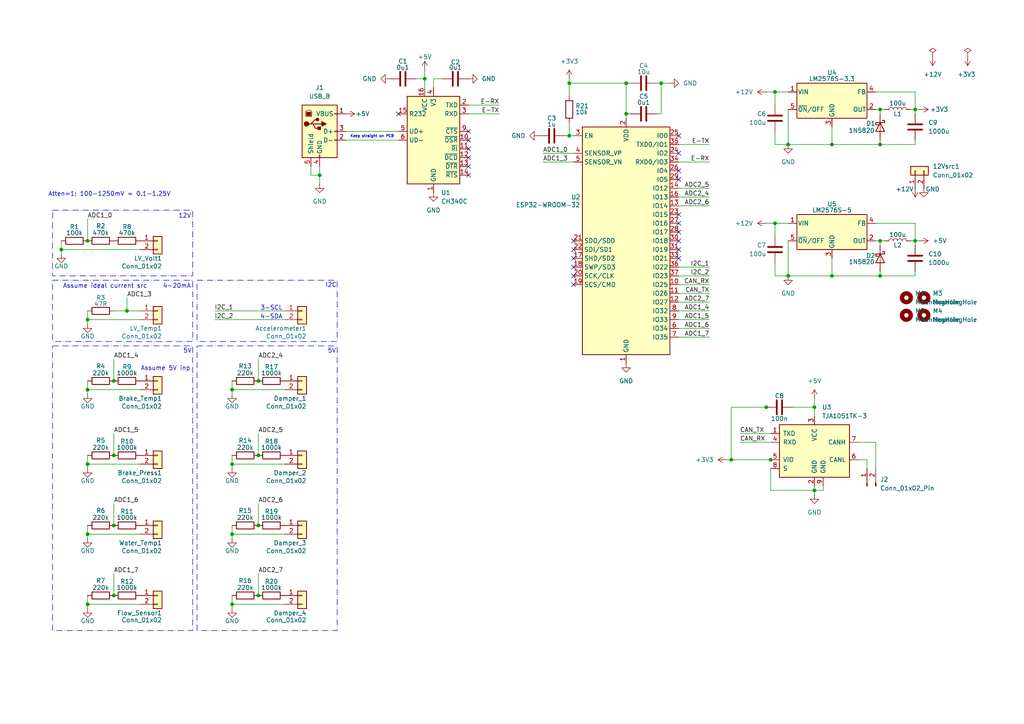
<source format=kicad_sch>
(kicad_sch (version 20231120) (generator "eeschema") (generator_version "8.0")
  (paper "A4")
  (title_block (title "FS-SensorBoard") (date "2025-02-15") (rev "1.0"))
  (lib_symbols
    (symbol "Connector:Conn_01x02_Pin" (pin_names (offset 1.016) hide)
      (property "Reference" "J" (at 0 2.54 0))
      (property "Value" "Conn_01x02_Pin" (at 0 -5.08 0))
      (symbol "Conn_01x02_Pin_1_1"
        (pin passive line (at 5.08 0 180) (length 3.81) (name "Pin_1") (number "1"))
        (pin passive line (at 5.08 -2.54 180) (length 3.81) (name "Pin_2") (number "2"))
      )
    )
    (symbol "Connector:USB_B" (pin_names (offset 1.016))
      (property "Reference" "J" (at -5.08 11.43 0))
      (property "Value" "USB_B" (at -5.08 8.89 0))
      (symbol "USB_B_1_1"
        (pin power_out line (at 7.62 5.08 180) (length 2.54) (name "VBUS") (number "1"))
        (pin bidirectional line (at 7.62 -2.54 180) (length 2.54) (name "D-") (number "2"))
        (pin bidirectional line (at 7.62 0 180) (length 2.54) (name "D+") (number "3"))
        (pin power_out line (at 0 -10.16 90) (length 2.54) (name "GND") (number "4"))
        (pin passive line (at -2.54 -10.16 90) (length 2.54) (name "Shield") (number "5"))
      )
    )
    (symbol "Connector_Generic:Conn_01x02" (pin_names (offset 1.016) hide)
      (property "Reference" "J" (at 0 2.54 0))
      (property "Value" "Conn_01x02" (at 0 -5.08 0))
      (symbol "Conn_01x02_1_1"
        (pin passive line (at -5.08 0 0) (length 3.81) (name "Pin_1") (number "1"))
        (pin passive line (at -5.08 -2.54 0) (length 3.81) (name "Pin_2") (number "2"))
      )
    )
    (symbol "Device:C" (pin_numbers hide) (pin_names (offset 0.254))
      (property "Reference" "C" (at 0.635 2.54 0))
      (property "Value" "C" (at 0.635 -2.54 0))
      (symbol "C_1_1"
        (pin passive line (at 0 3.81 270) (length 2.794) (name "~") (number "1"))
        (pin passive line (at 0 -3.81 90) (length 2.794) (name "~") (number "2"))
      )
    )
    (symbol "Device:L" (pin_numbers hide) (pin_names (offset 1.016) hide)
      (property "Reference" "L" (at -1.27 0 90))
      (property "Value" "L" (at 1.905 0 90))
      (symbol "L_1_1"
        (pin passive line (at 0 3.81 270) (length 1.27) (name "1") (number "1"))
        (pin passive line (at 0 -3.81 90) (length 1.27) (name "2") (number "2"))
      )
    )
    (symbol "Device:R" (pin_numbers hide) (pin_names (offset 0))
      (property "Reference" "R" (at 2.032 0 90))
      (property "Value" "R" (at 0 0 90))
      (symbol "R_1_1"
        (pin passive line (at 0 3.81 270) (length 1.27) (name "~") (number "1"))
        (pin passive line (at 0 -3.81 90) (length 1.27) (name "~") (number "2"))
      )
    )
    (symbol "Diode:1N5820" (pin_numbers hide) (pin_names (offset 1.016) hide)
      (property "Reference" "D" (at 0 2.54 0))
      (property "Value" "1N5820" (at 0 -2.54 0))
      (symbol "1N5820_1_1"
        (pin passive line (at -3.81 0 0) (length 2.54) (name "K") (number "1"))
        (pin passive line (at 3.81 0 180) (length 2.54) (name "A") (number "2"))
      )
    )
    (symbol "Interface_CAN_LIN:TJA1051TK-3" (pin_names (offset 1.016))
      (property "Reference" "U" (at -10.16 8.89 0))
      (property "Value" "TJA1051TK-3" (at 1.27 8.89 0))
      (symbol "TJA1051TK-3_1_1"
        (pin input line (at -12.7 5.08 0) (length 2.54) (name "TXD") (number "1"))
        (pin power_in line (at 0 -10.16 90) (length 2.54) (name "GND") (number "2"))
        (pin power_in line (at 0 10.16 270) (length 2.54) (name "VCC") (number "3"))
        (pin output line (at -12.7 2.54 0) (length 2.54) (name "RXD") (number "4"))
        (pin power_in line (at -12.7 -2.54 0) (length 2.54) (name "VIO") (number "5"))
        (pin bidirectional line (at 12.7 -2.54 180) (length 2.54) (name "CANL") (number "6"))
        (pin bidirectional line (at 12.7 2.54 180) (length 2.54) (name "CANH") (number "7"))
        (pin input line (at -12.7 -5.08 0) (length 2.54) (name "S") (number "8"))
        (pin power_in line (at 2.54 -10.16 90) (length 2.54) (name "GND") (number "9"))
      )
    )
    (symbol "Interface_USB:CH340C"
      (property "Reference" "U" (at -5.08 13.97 0))
      (property "Value" "CH340C" (at 1.27 13.97 0))
      (symbol "CH340C_1_1"
        (pin power_in line (at 0 -15.24 90) (length 2.54) (name "GND") (number "1"))
        (pin input line (at 10.16 0 180) (length 2.54) (name "~{DSR}") (number "10"))
        (pin input line (at 10.16 -2.54 180) (length 2.54) (name "~{RI}") (number "11"))
        (pin input line (at 10.16 -5.08 180) (length 2.54) (name "~{DCD}") (number "12"))
        (pin output line (at 10.16 -7.62 180) (length 2.54) (name "~{DTR}") (number "13"))
        (pin output line (at 10.16 -10.16 180) (length 2.54) (name "~{RTS}") (number "14"))
        (pin input line (at -10.16 7.62 0) (length 2.54) (name "R232") (number "15"))
        (pin power_in line (at -2.54 15.24 270) (length 2.54) (name "VCC") (number "16"))
        (pin output line (at 10.16 10.16 180) (length 2.54) (name "TXD") (number "2"))
        (pin input line (at 10.16 7.62 180) (length 2.54) (name "RXD") (number "3"))
        (pin power_out line (at 0 15.24 270) (length 2.54) (name "V3") (number "4"))
        (pin bidirectional line (at -10.16 2.54 0) (length 2.54) (name "UD+") (number "5"))
        (pin bidirectional line (at -10.16 0 0) (length 2.54) (name "UD-") (number "6"))
        (pin no_connect line (at -7.62 -5.08 0) (length 2.54) hide (name "NC") (number "7"))
        (pin no_connect line (at -7.62 -7.62 0) (length 2.54) hide (name "NC") (number "8"))
        (pin input line (at 10.16 2.54 180) (length 2.54) (name "~{CTS}") (number "9"))
      )
    )
    (symbol "Mechanical:MountingHole" (pin_names (offset 1.016)) (exclude_from_sim yes) (in_bom no)
      (property "Reference" "H" (at 0 5.08 0))
      (property "Value" "MountingHole" (at 0 3.175 0))
    )
    (symbol "RF_Module:ESP32-WROOM-32"
      (property "Reference" "U" (at -12.7 34.29 0))
      (property "Value" "ESP32-WROOM-32" (at 1.27 34.29 0))
      (symbol "ESP32-WROOM-32_1_1"
        (pin power_in line (at 0 -35.56 90) (length 2.54) (name "GND") (number "1"))
        (pin bidirectional line (at 15.24 -12.7 180) (length 2.54) (name "IO25") (number "10"))
        (pin bidirectional line (at 15.24 -15.24 180) (length 2.54) (name "IO26") (number "11"))
        (pin bidirectional line (at 15.24 -17.78 180) (length 2.54) (name "IO27") (number "12"))
        (pin bidirectional line (at 15.24 10.16 180) (length 2.54) (name "IO14") (number "13"))
        (pin bidirectional line (at 15.24 15.24 180) (length 2.54) (name "IO12") (number "14"))
        (pin passive line (at 0 -35.56 90) (length 2.54) hide (name "GND") (number "15"))
        (pin bidirectional line (at 15.24 12.7 180) (length 2.54) (name "IO13") (number "16"))
        (pin bidirectional line (at -15.24 -5.08 0) (length 2.54) (name "SHD/SD2") (number "17"))
        (pin bidirectional line (at -15.24 -7.62 0) (length 2.54) (name "SWP/SD3") (number "18"))
        (pin bidirectional line (at -15.24 -12.7 0) (length 2.54) (name "SCS/CMD") (number "19"))
        (pin power_in line (at 0 35.56 270) (length 2.54) (name "VDD") (number "2"))
        (pin bidirectional line (at -15.24 -10.16 0) (length 2.54) (name "SCK/CLK") (number "20"))
        (pin bidirectional line (at -15.24 0 0) (length 2.54) (name "SDO/SD0") (number "21"))
        (pin bidirectional line (at -15.24 -2.54 0) (length 2.54) (name "SDI/SD1") (number "22"))
        (pin bidirectional line (at 15.24 7.62 180) (length 2.54) (name "IO15") (number "23"))
        (pin bidirectional line (at 15.24 25.4 180) (length 2.54) (name "IO2") (number "24"))
        (pin bidirectional line (at 15.24 30.48 180) (length 2.54) (name "IO0") (number "25"))
        (pin bidirectional line (at 15.24 20.32 180) (length 2.54) (name "IO4") (number "26"))
        (pin bidirectional line (at 15.24 5.08 180) (length 2.54) (name "IO16") (number "27"))
        (pin bidirectional line (at 15.24 2.54 180) (length 2.54) (name "IO17") (number "28"))
        (pin bidirectional line (at 15.24 17.78 180) (length 2.54) (name "IO5") (number "29"))
        (pin input line (at -15.24 30.48 0) (length 2.54) (name "EN") (number "3"))
        (pin bidirectional line (at 15.24 0 180) (length 2.54) (name "IO18") (number "30"))
        (pin bidirectional line (at 15.24 -2.54 180) (length 2.54) (name "IO19") (number "31"))
        (pin no_connect line (at -12.7 -27.94 0) (length 2.54) hide (name "NC") (number "32"))
        (pin bidirectional line (at 15.24 -5.08 180) (length 2.54) (name "IO21") (number "33"))
        (pin bidirectional line (at 15.24 22.86 180) (length 2.54) (name "RXD0/IO3") (number "34"))
        (pin bidirectional line (at 15.24 27.94 180) (length 2.54) (name "TXD0/IO1") (number "35"))
        (pin bidirectional line (at 15.24 -7.62 180) (length 2.54) (name "IO22") (number "36"))
        (pin bidirectional line (at 15.24 -10.16 180) (length 2.54) (name "IO23") (number "37"))
        (pin passive line (at 0 -35.56 90) (length 2.54) hide (name "GND") (number "38"))
        (pin passive line (at 0 -35.56 90) (length 2.54) hide (name "GND") (number "39"))
        (pin input line (at -15.24 25.4 0) (length 2.54) (name "SENSOR_VP") (number "4"))
        (pin input line (at -15.24 22.86 0) (length 2.54) (name "SENSOR_VN") (number "5"))
        (pin input line (at 15.24 -25.4 180) (length 2.54) (name "IO34") (number "6"))
        (pin input line (at 15.24 -27.94 180) (length 2.54) (name "IO35") (number "7"))
        (pin bidirectional line (at 15.24 -20.32 180) (length 2.54) (name "IO32") (number "8"))
        (pin bidirectional line (at 15.24 -22.86 180) (length 2.54) (name "IO33") (number "9"))
      )
    )
    (symbol "Regulator_Switching:LM2576S-3.3" (pin_names (offset 0.254))
      (property "Reference" "U" (at -10.16 6.35 0))
      (property "Value" "LM2576S-3.3" (at 0 6.35 0))
      (symbol "LM2576S-3.3_1_1"
        (pin power_in line (at -12.7 2.54 0) (length 2.54) (name "VIN") (number "1"))
        (pin output line (at 12.7 -2.54 180) (length 2.54) (name "OUT") (number "2"))
        (pin power_in line (at 0 -7.62 90) (length 2.54) (name "GND") (number "3"))
        (pin input line (at 12.7 2.54 180) (length 2.54) (name "FB") (number "4"))
        (pin input line (at -12.7 -2.54 0) (length 2.54) (name "~{ON}/OFF") (number "5"))
      )
    )
    (symbol "Regulator_Switching:LM2576S-5" (pin_names (offset 0.254))
      (property "Reference" "U" (at -10.16 6.35 0))
      (property "Value" "LM2576S-5" (at 0 6.35 0))
      (symbol "LM2576S-5_1_1"
        (pin power_in line (at -12.7 2.54 0) (length 2.54) (name "VIN") (number "1"))
        (pin output line (at 12.7 -2.54 180) (length 2.54) (name "OUT") (number "2"))
        (pin power_in line (at 0 -7.62 90) (length 2.54) (name "GND") (number "3"))
        (pin input line (at 12.7 2.54 180) (length 2.54) (name "FB") (number "4"))
        (pin input line (at -12.7 -2.54 0) (length 2.54) (name "~{ON}/OFF") (number "5"))
      )
    )
    (symbol "power:+12V" (power) (pin_numbers hide) (pin_names (offset 0) hide)
      (property "Value" "+12V" (at 0 3.556 0))
      (symbol "+12V_1_1"
        (pin power_in line (at 0 0 90) (length 0) (name "~") (number "1"))
      )
    )
    (symbol "power:+3V3" (power) (pin_numbers hide) (pin_names (offset 0) hide)
      (property "Value" "+3V3" (at 0 3.556 0))
      (symbol "+3V3_1_1"
        (pin power_in line (at 0 0 90) (length 0) (name "~") (number "1"))
      )
    )
    (symbol "power:+5V" (power) (pin_numbers hide) (pin_names (offset 0) hide)
      (property "Value" "+5V" (at 0 3.556 0))
      (symbol "+5V_1_1"
        (pin power_in line (at 0 0 90) (length 0) (name "~") (number "1"))
      )
    )
    (symbol "power:GND" (power) (pin_numbers hide) (pin_names (offset 0) hide)
      (property "Value" "GND" (at 0 -3.81 0))
      (symbol "GND_1_1"
        (pin power_in line (at 0 0 270) (length 0) (name "~") (number "1"))
      )
    )
    (symbol "power:PWR_FLAG" (power) (pin_numbers hide) (pin_names (offset 0) hide)
      (property "Value" "PWR_FLAG" (at 0 3.81 0))
      (symbol "PWR_FLAG_0_0"
        (pin power_out line (at 0 0 90) (length 0) (name "~") (number "1"))
      )
    )
  )
  (junction (at 36.83 90.17))
  (junction (at 241.3 80.01))
  (junction (at 181.61 33.02))
  (junction (at 191.77 24.13))
  (junction (at 33.02 152.4))
  (junction (at 212.09 133.35))
  (junction (at 255.27 69.85))
  (junction (at 67.31 175.26))
  (junction (at 25.4 175.26))
  (junction (at 165.1 24.13))
  (junction (at 74.93 132.08))
  (junction (at 25.4 113.03))
  (junction (at 224.79 26.67))
  (junction (at 241.3 41.91))
  (junction (at 33.02 172.72))
  (junction (at 223.52 133.35))
  (junction (at 222.25 118.11))
  (junction (at 181.61 24.13))
  (junction (at 74.93 110.49))
  (junction (at 265.43 69.85))
  (junction (at 236.22 118.11))
  (junction (at 255.27 41.91))
  (junction (at 25.4 154.94))
  (junction (at 74.93 172.72))
  (junction (at 255.27 31.75))
  (junction (at 228.6 41.91))
  (junction (at 25.4 69.85))
  (junction (at 33.02 132.08))
  (junction (at 33.02 110.49))
  (junction (at 165.1 39.37))
  (junction (at 67.31 134.62))
  (junction (at 123.19 22.86))
  (junction (at 25.4 92.71))
  (junction (at 67.31 113.03))
  (junction (at 67.31 154.94))
  (junction (at 17.78 72.39))
  (junction (at 236.22 142.24))
  (junction (at 224.79 64.77))
  (junction (at 25.4 134.62))
  (junction (at 265.43 31.75))
  (junction (at 74.93 152.4))
  (junction (at 228.6 80.01))
  (junction (at 92.71 50.8))
  (junction (at 255.27 80.01))
  (no_connect (at 166.37 77.47))
  (no_connect (at 196.85 62.23))
  (no_connect (at 196.85 69.85))
  (no_connect (at 135.89 38.1))
  (no_connect (at 135.89 50.8))
  (no_connect (at 196.85 67.31))
  (no_connect (at 196.85 52.07))
  (no_connect (at 196.85 49.53))
  (no_connect (at 135.89 48.26))
  (no_connect (at 135.89 40.64))
  (no_connect (at 135.89 45.72))
  (no_connect (at 135.89 43.18))
  (no_connect (at 166.37 69.85))
  (no_connect (at 196.85 64.77))
  (no_connect (at 166.37 82.55))
  (no_connect (at 166.37 74.93))
  (no_connect (at 196.85 74.93))
  (no_connect (at 166.37 72.39))
  (no_connect (at 196.85 39.37))
  (no_connect (at 166.37 80.01))
  (no_connect (at 196.85 44.45))
  (no_connect (at 115.57 33.02))
  (no_connect (at 196.85 72.39))
  (wire (pts (xy 67.31 176.53) (xy 67.31 175.26)))
  (wire (pts (xy 196.85 41.91) (xy 205.74 41.91)))
  (wire (pts (xy 67.31 132.08) (xy 67.31 134.62)))
  (wire (pts (xy 205.74 57.15) (xy 196.85 57.15)))
  (wire (pts (xy 214.63 125.73) (xy 223.52 125.73)))
  (wire (pts (xy 182.88 33.02) (xy 181.61 33.02)))
  (wire (pts (xy 25.4 176.53) (xy 25.4 175.26)))
  (wire (pts (xy 205.74 54.61) (xy 196.85 54.61)))
  (wire (pts (xy 241.3 80.01) (xy 255.27 80.01)))
  (wire (pts (xy 224.79 64.77) (xy 228.6 64.77)))
  (wire (pts (xy 256.54 31.75) (xy 255.27 31.75)))
  (wire (pts (xy 67.31 156.21) (xy 67.31 154.94)))
  (wire (pts (xy 74.93 146.05) (xy 74.93 152.4)))
  (wire (pts (xy 67.31 135.89) (xy 67.31 134.62)))
  (wire (pts (xy 123.19 22.86) (xy 123.19 25.4)))
  (wire (pts (xy 191.77 24.13) (xy 191.77 33.02)))
  (wire (pts (xy 224.79 76.2) (xy 224.79 80.01)))
  (wire (pts (xy 67.31 175.26) (xy 82.55 175.26)))
  (wire (pts (xy 74.93 166.37) (xy 74.93 172.72)))
  (wire (pts (xy 33.02 104.14) (xy 33.02 110.49)))
  (wire (pts (xy 255.27 33.02) (xy 255.27 31.75)))
  (wire (pts (xy 196.85 77.47) (xy 205.74 77.47)))
  (wire (pts (xy 33.02 146.05) (xy 33.02 152.4)))
  (wire (pts (xy 25.4 110.49) (xy 25.4 113.03)))
  (wire (pts (xy 25.4 113.03) (xy 40.64 113.03)))
  (wire (pts (xy 255.27 41.91) (xy 255.27 40.64)))
  (wire (pts (xy 67.31 152.4) (xy 67.31 154.94)))
  (wire (pts (xy 205.74 95.25) (xy 196.85 95.25)))
  (wire (pts (xy 254 135.89) (xy 254 128.27)))
  (wire (pts (xy 265.43 33.02) (xy 265.43 31.75)))
  (wire (pts (xy 255.27 31.75) (xy 254 31.75)))
  (wire (pts (xy 194.31 24.13) (xy 191.77 24.13)))
  (wire (pts (xy 264.16 69.85) (xy 265.43 69.85)))
  (wire (pts (xy 238.76 142.24) (xy 238.76 140.97)))
  (wire (pts (xy 205.74 59.69) (xy 196.85 59.69)))
  (wire (pts (xy 90.17 50.8) (xy 90.17 48.26)))
  (wire (pts (xy 67.31 154.94) (xy 82.55 154.94)))
  (wire (pts (xy 254 26.67) (xy 265.43 26.67)))
  (wire (pts (xy 236.22 142.24) (xy 236.22 140.97)))
  (wire (pts (xy 222.25 26.67) (xy 224.79 26.67)))
  (wire (pts (xy 25.4 90.17) (xy 25.4 92.71)))
  (wire (pts (xy 241.3 36.83) (xy 241.3 41.91)))
  (wire (pts (xy 265.43 40.64) (xy 265.43 41.91)))
  (wire (pts (xy 33.02 125.73) (xy 33.02 132.08)))
  (wire (pts (xy 255.27 80.01) (xy 265.43 80.01)))
  (wire (pts (xy 67.31 113.03) (xy 67.31 114.3)))
  (wire (pts (xy 205.74 82.55) (xy 196.85 82.55)))
  (wire (pts (xy 182.88 24.13) (xy 181.61 24.13)))
  (wire (pts (xy 228.6 69.85) (xy 228.6 80.01)))
  (wire (pts (xy 135.89 33.02) (xy 144.78 33.02)))
  (wire (pts (xy 191.77 33.02) (xy 190.5 33.02)))
  (wire (pts (xy 265.43 78.74) (xy 265.43 80.01)))
  (wire (pts (xy 17.78 69.85) (xy 17.78 72.39)))
  (wire (pts (xy 255.27 71.12) (xy 255.27 69.85)))
  (wire (pts (xy 157.48 44.45) (xy 166.37 44.45)))
  (wire (pts (xy 205.74 97.79) (xy 196.85 97.79)))
  (wire (pts (xy 265.43 64.77) (xy 265.43 69.85)))
  (wire (pts (xy 25.4 132.08) (xy 25.4 134.62)))
  (wire (pts (xy 248.92 128.27) (xy 254 128.27)))
  (wire (pts (xy 100.33 38.1) (xy 115.57 38.1)))
  (wire (pts (xy 33.02 90.17) (xy 36.83 90.17)))
  (wire (pts (xy 74.93 125.73) (xy 74.93 132.08)))
  (wire (pts (xy 181.61 24.13) (xy 181.61 33.02)))
  (wire (pts (xy 228.6 31.75) (xy 228.6 41.91)))
  (wire (pts (xy 157.48 46.99) (xy 166.37 46.99)))
  (wire (pts (xy 214.63 128.27) (xy 223.52 128.27)))
  (wire (pts (xy 165.1 27.94) (xy 165.1 24.13)))
  (wire (pts (xy 236.22 118.11) (xy 236.22 120.65)))
  (wire (pts (xy 224.79 26.67) (xy 228.6 26.67)))
  (wire (pts (xy 223.52 135.89) (xy 223.52 142.24)))
  (wire (pts (xy 100.33 40.64) (xy 115.57 40.64)))
  (wire (pts (xy 74.93 104.14) (xy 74.93 110.49)))
  (wire (pts (xy 165.1 35.56) (xy 165.1 39.37)))
  (wire (pts (xy 92.71 50.8) (xy 92.71 48.26)))
  (wire (pts (xy 62.23 90.17) (xy 82.55 90.17)))
  (wire (pts (xy 135.89 30.48) (xy 144.78 30.48)))
  (wire (pts (xy 36.83 86.36) (xy 36.83 90.17)))
  (wire (pts (xy 212.09 133.35) (xy 212.09 118.11)))
  (wire (pts (xy 25.4 113.03) (xy 25.4 114.3)))
  (wire (pts (xy 33.02 166.37) (xy 33.02 172.72)))
  (wire (pts (xy 251.46 135.89) (xy 251.46 133.35)))
  (wire (pts (xy 67.31 110.49) (xy 67.31 113.03)))
  (wire (pts (xy 17.78 72.39) (xy 40.64 72.39)))
  (wire (pts (xy 212.09 133.35) (xy 223.52 133.35)))
  (wire (pts (xy 17.78 73.66) (xy 17.78 72.39)))
  (wire (pts (xy 125.73 22.86) (xy 125.73 25.4)))
  (wire (pts (xy 25.4 156.21) (xy 25.4 154.94)))
  (wire (pts (xy 229.87 118.11) (xy 236.22 118.11)))
  (wire (pts (xy 236.22 142.24) (xy 238.76 142.24)))
  (wire (pts (xy 255.27 69.85) (xy 254 69.85)))
  (wire (pts (xy 196.85 80.01) (xy 205.74 80.01)))
  (wire (pts (xy 236.22 143.51) (xy 236.22 142.24)))
  (wire (pts (xy 210.82 133.35) (xy 212.09 133.35)))
  (wire (pts (xy 224.79 41.91) (xy 228.6 41.91)))
  (wire (pts (xy 125.73 22.86) (xy 128.27 22.86)))
  (wire (pts (xy 90.17 50.8) (xy 92.71 50.8)))
  (wire (pts (xy 25.4 172.72) (xy 25.4 175.26)))
  (wire (pts (xy 120.65 22.86) (xy 123.19 22.86)))
  (wire (pts (xy 228.6 80.01) (xy 241.3 80.01)))
  (wire (pts (xy 196.85 46.99) (xy 205.74 46.99)))
  (wire (pts (xy 25.4 135.89) (xy 25.4 134.62)))
  (wire (pts (xy 205.74 85.09) (xy 196.85 85.09)))
  (wire (pts (xy 25.4 134.62) (xy 40.64 134.62)))
  (wire (pts (xy 224.79 68.58) (xy 224.79 64.77)))
  (wire (pts (xy 266.7 69.85) (xy 265.43 69.85)))
  (wire (pts (xy 163.83 39.37) (xy 165.1 39.37)))
  (wire (pts (xy 266.7 31.75) (xy 265.43 31.75)))
  (wire (pts (xy 255.27 80.01) (xy 255.27 78.74)))
  (wire (pts (xy 224.79 80.01) (xy 228.6 80.01)))
  (wire (pts (xy 165.1 24.13) (xy 165.1 22.86)))
  (wire (pts (xy 36.83 90.17) (xy 40.64 90.17)))
  (wire (pts (xy 265.43 26.67) (xy 265.43 31.75)))
  (wire (pts (xy 223.52 118.11) (xy 222.25 118.11)))
  (wire (pts (xy 165.1 24.13) (xy 181.61 24.13)))
  (wire (pts (xy 254 64.77) (xy 265.43 64.77)))
  (wire (pts (xy 67.31 113.03) (xy 82.55 113.03)))
  (wire (pts (xy 205.74 92.71) (xy 196.85 92.71)))
  (wire (pts (xy 165.1 39.37) (xy 166.37 39.37)))
  (wire (pts (xy 264.16 31.75) (xy 265.43 31.75)))
  (wire (pts (xy 67.31 172.72) (xy 67.31 175.26)))
  (wire (pts (xy 256.54 69.85) (xy 255.27 69.85)))
  (wire (pts (xy 223.52 142.24) (xy 236.22 142.24)))
  (wire (pts (xy 224.79 38.1) (xy 224.79 41.91)))
  (wire (pts (xy 255.27 41.91) (xy 265.43 41.91)))
  (wire (pts (xy 251.46 133.35) (xy 248.92 133.35)))
  (wire (pts (xy 25.4 93.98) (xy 25.4 92.71)))
  (wire (pts (xy 224.79 133.35) (xy 223.52 133.35)))
  (wire (pts (xy 191.77 24.13) (xy 190.5 24.13)))
  (wire (pts (xy 25.4 63.5) (xy 25.4 69.85)))
  (wire (pts (xy 205.74 87.63) (xy 196.85 87.63)))
  (wire (pts (xy 67.31 134.62) (xy 82.55 134.62)))
  (wire (pts (xy 265.43 71.12) (xy 265.43 69.85)))
  (wire (pts (xy 25.4 154.94) (xy 40.64 154.94)))
  (wire (pts (xy 222.25 64.77) (xy 224.79 64.77)))
  (wire (pts (xy 25.4 92.71) (xy 40.64 92.71)))
  (wire (pts (xy 181.61 33.02) (xy 181.61 34.29)))
  (wire (pts (xy 241.3 74.93) (xy 241.3 80.01)))
  (wire (pts (xy 228.6 41.91) (xy 241.3 41.91)))
  (wire (pts (xy 241.3 41.91) (xy 255.27 41.91)))
  (wire (pts (xy 25.4 175.26) (xy 40.64 175.26)))
  (wire (pts (xy 212.09 118.11) (xy 222.25 118.11)))
  (wire (pts (xy 92.71 53.34) (xy 92.71 50.8)))
  (wire (pts (xy 123.19 20.32) (xy 123.19 22.86)))
  (wire (pts (xy 25.4 152.4) (xy 25.4 154.94)))
  (wire (pts (xy 236.22 115.57) (xy 236.22 118.11)))
  (wire (pts (xy 196.85 90.17) (xy 205.74 90.17)))
  (wire (pts (xy 62.23 92.71) (xy 82.55 92.71)))
  (wire (pts (xy 224.79 30.48) (xy 224.79 26.67)))
  (rectangle (start 57.15 81.28) (end 97.79 99.06) (stroke (width 0) (type dash_dot)))
  (rectangle (start 15.24 100.33) (end 55.88 182.88) (stroke (width 0) (type dash_dot)))
  (rectangle (start 15.24 60.96) (end 55.88 80.01) (stroke (width 0) (type dash_dot)))
  (rectangle (start 15.24 81.28) (end 55.88 99.06) (stroke (width 0) (type dash_dot)))
  (rectangle (start 57.15 100.33) (end 97.79 182.88) (stroke (width 0) (type dash_dot)))
  (text "4-20mA" (at 51.308 83.058 0) (effects (font (size 1.27 1.27))))
  (text "Keep straight on PCB\n" (at 107.95 39.624 0) (effects (font (size 0.762 0.762))))
  (text "Assume ideal current src" (at 30.48 83.058 0) (effects (font (size 1.27 1.27))))
  (text "Assume 5V inp" (at 48.006 106.934 0) (effects (font (size 1.27 1.27))))
  (text "12V" (at 53.594 62.738 0) (effects (font (size 1.27 1.27))))
  (text "3-SCL" (at 78.74 89.408 0) (effects (font (size 1.27 1.27))))
  (text "5V" (at 54.356 101.854 0) (effects (font (size 1.27 1.27))))
  (text "4-SDA" (at 78.74 91.948 0) (effects (font (size 1.27 1.27))))
  (text "5V" (at 96.266 101.854 0) (effects (font (size 1.27 1.27))))
  (text "Atten=1; 100-1250mV = 0.1-1.25V" (at 31.75 56.388 0) (effects (font (size 1.27 1.27))))
  (text "I2C" (at 96.012 82.804 0) (effects (font (size 1.27 1.27))))
  (label "I2C_1" (at 205.74 77.47 180))
  (label "ADC1_6" (at 205.74 95.25 180))
  (label "E-TX" (at 205.74 41.91 180))
  (label "E-RX" (at 144.78 30.48 180))
  (label "CAN_RX" (at 214.63 128.27 0))
  (label "ADC2_7" (at 74.93 166.37 0))
  (label "ADC1_4" (at 205.74 90.17 180))
  (label "ADC2_4" (at 205.74 57.15 180))
  (label "CAN_RX" (at 205.74 82.55 180))
  (label "I2C_2" (at 62.23 92.71 0))
  (label "ADC1_7" (at 205.74 97.79 180))
  (label "ADC1_4" (at 33.02 104.14 0))
  (label "ADC2_6" (at 205.74 59.69 180))
  (label "ADC2_5" (at 74.93 125.73 0))
  (label "ADC1_5" (at 33.02 125.73 0))
  (label "E-RX" (at 205.74 46.99 180))
  (label "E-TX" (at 144.78 33.02 180))
  (label "ADC1_7" (at 33.02 166.37 0))
  (label "ADC2_7" (at 205.74 87.63 180))
  (label "ADC1_3" (at 157.48 46.99 0))
  (label "ADC1_0" (at 25.4 63.5 0))
  (label "ADC2_4" (at 74.93 104.14 0))
  (label "ADC2_6" (at 74.93 146.05 0))
  (label "CAN_TX" (at 214.63 125.73 0))
  (label "I2C_2" (at 205.74 80.01 180))
  (label "ADC1_5" (at 205.74 92.71 180))
  (label "I2C_1" (at 62.23 90.17 0))
  (label "ADC1_3" (at 36.83 86.36 0))
  (label "ADC1_0" (at 157.48 44.45 0))
  (label "ADC2_5" (at 205.74 54.61 180))
  (label "CAN_TX" (at 205.74 85.09 180))
  (label "ADC1_6" (at 33.02 146.05 0))
  (symbol (lib_id "power:PWR_FLAG") (at 280.67 16.51 0) (unit 1)
    (property "Reference" "#FLG02" (effects (hide yes)))
    (property "Value" "PWR_FLAG" (effects (hide yes)))
    (property "Description" "Special symbol for telling ERC where power comes from" (effects (hide yes)))
  )
  (symbol (lib_id "Regulator_Switching:LM2576S-5") (at 241.3 67.31 0) (unit 1)
    (property "Reference" "U5" (at 241.3 59.182 0))
    (property "Value" "LM2576S-5" (at 241.3 60.96 0))
    (property "Footprint" "Package_TO_SOT_SMD:TO-263-5_TabPin3" (effects (hide yes)))
    (property "Datasheet" "http://www.ti.com/lit/ds/symlink/lm2576.pdf" (effects (hide yes)))
    (property "Description" "5V, 3A SIMPLE SWITCHER® Step-Down Voltage Regulator, TO-263" (effects (hide yes)))
  )
  (symbol (lib_id "power:GND") (at 194.31 24.13 90) (unit 1)
    (property "Reference" "#PWR020" (effects (hide yes)))
    (property "Value" "GND" (at 198.12 24.1299 90) (effects (justify right)))
    (property "Description" "Power symbol creates a global label with name \"GND\" , ground" (effects (hide yes)))
  )
  (symbol (lib_id "Connector_Generic:Conn_01x02") (at 45.72 172.72 0) (unit 1)
    (property "Reference" "Flow_Sensor1" (at 46.9901 177.8 0) (effects (justify right)))
    (property "Value" "Conn_01x02" (at 46.99 179.832 0) (effects (justify right)))
    (property "Footprint" "Connector_JST:JST_XH_B2B-XH-A_1x02_P2.50mm_Vertical" (effects (hide yes)))
    (property "Description" "Generic connector, single row, 01x02, script generated (kicad-library-utils/schlib/autogen/connector/)" (effects (hide yes)))
  )
  (symbol (lib_id "Device:C") (at 160.02 39.37 90) (unit 1)
    (property "Reference" "C3" (at 160.02 34.29 90))
    (property "Value" "1u" (at 160.02 36.068 90))
    (property "Footprint" "Capacitor_SMD:C_1206_3216Metric_Pad1.33x1.80mm_HandSolder" (effects (hide yes)))
    (property "Description" "Unpolarized capacitor" (effects (hide yes)))
  )
  (symbol (lib_id "Diode:1N5820") (at 255.27 74.93 270) (unit 1)
    (property "Reference" "D2" (at 251.206 74.168 90) (effects (justify left)))
    (property "Value" "1N5820" (at 246.126 75.946 90) (effects (justify left)))
    (property "Footprint" "Diode_THT:D_DO-201AD_P15.24mm_Horizontal" (effects (hide yes)))
    (property "Datasheet" "http://www.vishay.com/docs/88526/1n5820.pdf" (effects (hide yes)))
    (property "Description" "20V 3A Schottky Barrier Rectifier Diode, DO-201AD" (effects (hide yes)))
  )
  (symbol (lib_id "RF_Module:ESP32-WROOM-32") (at 181.61 69.85 0) (unit 1)
    (property "Reference" "U2" (at 165.608 57.15 0) (effects (justify left)))
    (property "Value" "ESP32-WROOM-32" (at 149.606 59.436 0) (effects (justify left)))
    (property "Footprint" "RF_Module:ESP32-WROOM-32" (effects (hide yes)))
    (property "Datasheet" "https://www.espressif.com/sites/default/files/documentation/esp32-wroom-32_datasheet_en.pdf" (effects (hide yes)))
    (property "Description" "RF Module, ESP32-D0WDQ6 SoC, Wi-Fi 802.11b/g/n, Bluetooth, BLE, 32-bit, 2.7-3.6V, onboard antenna, SMD" (effects (hide yes)))
  )
  (symbol (lib_id "Connector_Generic:Conn_01x02") (at 45.72 69.85 0) (unit 1)
    (property "Reference" "LV_Volt1" (at 46.9901 74.93 0) (effects (justify right)))
    (property "Value" "Conn_01x02" (at 46.99 77.216 0) (effects (justify right)))
    (property "Footprint" "Connector_JST:JST_XH_B2B-XH-A_1x02_P2.50mm_Vertical" (effects (hide yes)))
    (property "Description" "Generic connector, single row, 01x02, script generated (kicad-library-utils/schlib/autogen/connector/)" (effects (hide yes)))
  )
  (symbol (lib_id "Device:L") (at 260.35 69.85 90) (unit 1)
    (property "Reference" "L2" (at 260.35 71.12 90))
    (property "Value" "100u" (at 260.35 68.072 90))
    (property "Footprint" "Inductor_SMD:L_1206_3216Metric_Pad1.22x1.90mm_HandSolder" (effects (hide yes)))
    (property "Description" "Inductor" (effects (hide yes)))
  )
  (symbol (lib_id "Connector_Generic:Conn_01x02") (at 45.72 132.08 0) (unit 1)
    (property "Reference" "Brake_Press1" (at 46.9901 137.16 0) (effects (justify right)))
    (property "Value" "Conn_01x02" (at 46.99 139.446 0) (effects (justify right)))
    (property "Footprint" "Connector_JST:JST_XH_B2B-XH-A_1x02_P2.50mm_Vertical" (effects (hide yes)))
    (property "Description" "Generic connector, single row, 01x02, script generated (kicad-library-utils/schlib/autogen/connector/)" (effects (hide yes)))
  )
  (symbol (lib_id "power:PWR_FLAG") (at 270.51 16.51 0) (unit 1)
    (property "Reference" "#FLG01" (effects (hide yes)))
    (property "Value" "PWR_FLAG" (effects (hide yes)))
    (property "Description" "Special symbol for telling ERC where power comes from" (effects (hide yes)))
  )
  (symbol (lib_id "power:GND") (at 181.61 105.41 0) (unit 1)
    (property "Reference" "#PWR019" (effects (hide yes)))
    (property "Value" "GND" (at 181.61 110.49 0))
    (property "Description" "Power symbol creates a global label with name \"GND\" , ground" (effects (hide yes)))
  )
  (symbol (lib_id "power:+12V") (at 222.25 26.67 90) (unit 1)
    (property "Reference" "#PWR022" (effects (hide yes)))
    (property "Value" "+12V" (at 218.44 26.6699 90) (effects (justify left)))
    (property "Description" "Power symbol creates a global label with name \"+12V\"" (effects (hide yes)))
  )
  (symbol (lib_id "Connector_Generic:Conn_01x02") (at 45.72 90.17 0) (unit 1)
    (property "Reference" "LV_Temp1" (at 46.9901 95.25 0) (effects (justify right)))
    (property "Value" "Conn_01x02" (at 46.99 97.536 0) (effects (justify right)))
    (property "Footprint" "Connector_JST:JST_XH_B2B-XH-A_1x02_P2.50mm_Vertical" (effects (hide yes)))
    (property "Description" "Generic connector, single row, 01x02, script generated (kicad-library-utils/schlib/autogen/connector/)" (effects (hide yes)))
  )
  (symbol (lib_id "power:+12V") (at 222.25 64.77 90) (unit 1)
    (property "Reference" "#PWR023" (effects (hide yes)))
    (property "Value" "+12V" (at 218.44 64.7699 90) (effects (justify left)))
    (property "Description" "Power symbol creates a global label with name \"+12V\"" (effects (hide yes)))
  )
  (symbol (lib_id "power:GND") (at 25.4 135.89 0) (unit 1)
    (property "Reference" "#PWR04" (effects (hide yes)))
    (property "Value" "GND" (at 25.4 139.446 0))
    (property "Description" "Power symbol creates a global label with name \"GND\" , ground" (effects (hide yes)))
  )
  (symbol (lib_id "Device:C") (at 186.69 24.13 90) (unit 1)
    (property "Reference" "C4" (at 186.69 19.05 90))
    (property "Value" "10u" (at 186.69 20.828 90))
    (property "Footprint" "Capacitor_SMD:C_1206_3216Metric_Pad1.33x1.80mm_HandSolder" (effects (hide yes)))
    (property "Description" "Unpolarized capacitor" (effects (hide yes)))
  )
  (symbol (lib_id "power:GND") (at 25.4 156.21 0) (unit 1)
    (property "Reference" "#PWR05" (effects (hide yes)))
    (property "Value" "GND" (at 25.4 159.766 0))
    (property "Description" "Power symbol creates a global label with name \"GND\" , ground" (effects (hide yes)))
  )
  (symbol (lib_id "power:GND") (at 228.6 41.91 0) (unit 1)
    (property "Reference" "#PWR024" (effects (hide yes)))
    (property "Value" "GND" (at 228.6 46.99 0))
    (property "Description" "Power symbol creates a global label with name \"GND\" , ground" (effects (hide yes)))
  )
  (symbol (lib_id "Device:R") (at 36.83 152.4 270) (unit 1)
    (property "Reference" "R11" (at 36.83 148.336 90))
    (property "Value" "1000k" (at 36.83 150.114 90))
    (property "Footprint" "Resistor_SMD:R_1206_3216Metric_Pad1.30x1.75mm_HandSolder" (effects (hide yes)))
    (property "Description" "Resistor" (effects (hide yes)))
  )
  (symbol (lib_id "power:+3V3") (at 280.67 16.51 180) (unit 1)
    (property "Reference" "#PWR033" (effects (hide yes)))
    (property "Value" "+3V3" (at 282.956 21.59 0) (effects (justify left)))
    (property "Description" "Power symbol creates a global label with name \"+3V3\"" (effects (hide yes)))
  )
  (symbol (lib_id "Device:R") (at 71.12 132.08 270) (unit 1)
    (property "Reference" "R14" (at 71.12 127.762 90))
    (property "Value" "220k" (at 71.12 129.794 90))
    (property "Footprint" "Resistor_SMD:R_1206_3216Metric_Pad1.30x1.75mm_HandSolder" (effects (hide yes)))
    (property "Description" "Resistor" (effects (hide yes)))
  )
  (symbol (lib_id "Interface_USB:CH340C") (at 125.73 40.64 0) (unit 1)
    (property "Reference" "U1" (at 127.9241 55.88 0) (effects (justify left)))
    (property "Value" "CH340C" (at 127.9241 58.42 0) (effects (justify left)))
    (property "Footprint" "Package_SO:SOIC-16_3.9x9.9mm_P1.27mm" (effects (hide yes)))
    (property "Datasheet" "https://datasheet.lcsc.com/szlcsc/Jiangsu-Qin-Heng-CH340C_C84681.pdf" (effects (hide yes)))
    (property "Description" "USB serial converter, crystal-less, UART, SOIC-16" (effects (hide yes)))
  )
  (symbol (lib_id "Device:R") (at 71.12 152.4 270) (unit 1)
    (property "Reference" "R15" (at 71.12 148.082 90))
    (property "Value" "220k" (at 71.12 150.114 90))
    (property "Footprint" "Resistor_SMD:R_1206_3216Metric_Pad1.30x1.75mm_HandSolder" (effects (hide yes)))
    (property "Description" "Resistor" (effects (hide yes)))
  )
  (symbol (lib_id "Device:R") (at 71.12 110.49 270) (unit 1)
    (property "Reference" "R13" (at 71.12 106.172 90))
    (property "Value" "220k" (at 71.12 108.204 90))
    (property "Footprint" "Resistor_SMD:R_1206_3216Metric_Pad1.30x1.75mm_HandSolder" (effects (hide yes)))
    (property "Description" "Resistor" (effects (hide yes)))
  )
  (symbol (lib_id "Regulator_Switching:LM2576S-3.3") (at 241.3 29.21 0) (unit 1)
    (property "Reference" "U4" (at 241.3 21.082 0))
    (property "Value" "LM2576S-3.3" (at 241.3 22.86 0))
    (property "Footprint" "Package_TO_SOT_SMD:TO-263-5_TabPin3" (effects (hide yes)))
    (property "Datasheet" "http://www.ti.com/lit/ds/symlink/lm2576.pdf" (effects (hide yes)))
    (property "Description" "3.3V, 3A SIMPLE SWITCHER® Step-Down Voltage Regulator, TO-263" (effects (hide yes)))
  )
  (symbol (lib_id "Device:R") (at 165.1 31.75 0) (unit 1)
    (property "Reference" "R21" (at 166.878 30.734 0) (effects (justify left)))
    (property "Value" "10k" (at 166.878 32.512 0) (effects (justify left)))
    (property "Footprint" "Resistor_SMD:R_1206_3216Metric_Pad1.30x1.75mm_HandSolder" (effects (hide yes)))
    (property "Description" "Resistor" (effects (hide yes)))
  )
  (symbol (lib_id "Device:R") (at 36.83 172.72 270) (unit 1)
    (property "Reference" "R12" (at 36.83 168.656 90))
    (property "Value" "1000k" (at 36.83 170.434 90))
    (property "Footprint" "Resistor_SMD:R_1206_3216Metric_Pad1.30x1.75mm_HandSolder" (effects (hide yes)))
    (property "Description" "Resistor" (effects (hide yes)))
  )
  (symbol (lib_id "power:+3V3") (at 165.1 22.86 0) (unit 1)
    (property "Reference" "#PWR018" (effects (hide yes)))
    (property "Value" "+3V3" (at 165.1 17.78 0))
    (property "Description" "Power symbol creates a global label with name \"+3V3\"" (effects (hide yes)))
  )
  (symbol (lib_id "Device:C") (at 224.79 34.29 0) (mirror y) (unit 1)
    (property "Reference" "C6" (at 222.25 33.02 0) (effects (justify left)))
    (property "Value" "100u" (at 222.25 35.56 0) (effects (justify left)))
    (property "Footprint" "Capacitor_SMD:C_1206_3216Metric_Pad1.33x1.80mm_HandSolder" (effects (hide yes)))
    (property "Description" "Unpolarized capacitor" (effects (hide yes)))
  )
  (symbol (lib_id "Connector_Generic:Conn_01x02") (at 87.63 172.72 0) (unit 1)
    (property "Reference" "Damper_4" (at 88.9001 177.8 0) (effects (justify right)))
    (property "Value" "Conn_01x02" (at 88.9 179.832 0) (effects (justify right)))
    (property "Footprint" "Connector_JST:JST_XH_B2B-XH-A_1x02_P2.50mm_Vertical" (effects (hide yes)))
    (property "Description" "Generic connector, single row, 01x02, script generated (kicad-library-utils/schlib/autogen/connector/)" (effects (hide yes)))
  )
  (symbol (lib_id "Device:R") (at 29.21 132.08 270) (unit 1)
    (property "Reference" "R5" (at 29.21 127.762 90))
    (property "Value" "220k" (at 29.21 129.794 90))
    (property "Footprint" "Resistor_SMD:R_1206_3216Metric_Pad1.30x1.75mm_HandSolder" (effects (hide yes)))
    (property "Description" "Resistor" (effects (hide yes)))
  )
  (symbol (lib_id "Device:L") (at 260.35 31.75 90) (unit 1)
    (property "Reference" "L1" (at 260.35 33.02 90))
    (property "Value" "100u" (at 260.35 29.972 90))
    (property "Footprint" "Inductor_SMD:L_1206_3216Metric_Pad1.22x1.90mm_HandSolder" (effects (hide yes)))
    (property "Description" "Inductor" (effects (hide yes)))
  )
  (symbol (lib_id "Diode:1N5820") (at 255.27 36.83 270) (unit 1)
    (property "Reference" "D1" (at 251.206 35.814 90) (effects (justify left)))
    (property "Value" "1N5820" (at 246.126 37.846 90) (effects (justify left)))
    (property "Footprint" "Diode_THT:D_DO-201AD_P15.24mm_Horizontal" (effects (hide yes)))
    (property "Datasheet" "http://www.vishay.com/docs/88526/1n5820.pdf" (effects (hide yes)))
    (property "Description" "20V 3A Schottky Barrier Rectifier Diode, DO-201AD" (effects (hide yes)))
  )
  (symbol (lib_id "power:GND") (at 135.89 22.86 90) (unit 1)
    (property "Reference" "#PWR016" (effects (hide yes)))
    (property "Value" "GND" (at 139.7 22.8599 90) (effects (justify right)))
    (property "Description" "Power symbol creates a global label with name \"GND\" , ground" (effects (hide yes)))
  )
  (symbol (lib_id "Mechanical:MountingHole") (at 267.97 86.36 0) (unit 1) (exclude_from_sim yes) (in_bom no)
    (property "Reference" "M3" (at 270.51 85.0899 0) (effects (justify left)))
    (property "Value" "MountingHole" (at 270.51 87.6299 0) (effects (justify left)))
    (property "Footprint" "MountingHole:MountingHole_3.2mm_M3" (effects (hide yes)))
    (property "Description" "Mounting Hole without connection" (effects (hide yes)))
  )
  (symbol (lib_id "Connector_Generic:Conn_01x02") (at 265.43 49.53 90) (unit 1)
    (property "Reference" "12Vsrc1" (at 270.51 48.2599 90) (effects (justify right)))
    (property "Value" "Conn_01x02" (at 270.51 50.7999 90) (effects (justify right)))
    (property "Footprint" "Connector_JST:JST_VH_B2P-VH_1x02_P3.96mm_Vertical" (effects (hide yes)))
    (property "Description" "Generic connector, single row, 01x02, script generated (kicad-library-utils/schlib/autogen/connector/)" (effects (hide yes)))
  )
  (symbol (lib_id "power:GND") (at 25.4 114.3 0) (unit 1)
    (property "Reference" "#PWR03" (effects (hide yes)))
    (property "Value" "GND" (at 25.4 117.856 0))
    (property "Description" "Power symbol creates a global label with name \"GND\" , ground" (effects (hide yes)))
  )
  (symbol (lib_id "Device:C") (at 265.43 74.93 0) (unit 1)
    (property "Reference" "C10" (at 269.24 73.6599 0) (effects (justify left)))
    (property "Value" "1000u" (at 269.24 76.1999 0) (effects (justify left)))
    (property "Footprint" "Capacitor_SMD:C_1206_3216Metric_Pad1.33x1.80mm_HandSolder" (effects (hide yes)))
    (property "Description" "Unpolarized capacitor" (effects (hide yes)))
  )
  (symbol (lib_id "power:+3V3") (at 210.82 133.35 90) (unit 1)
    (property "Reference" "#PWR021" (effects (hide yes)))
    (property "Value" "+3V3" (at 207.01 133.35 90) (effects (justify left)))
    (property "Description" "Power symbol creates a global label with name \"+3V3\"" (effects (hide yes)))
  )
  (symbol (lib_id "power:GND") (at 92.71 53.34 0) (unit 1)
    (property "Reference" "#PWR011" (effects (hide yes)))
    (property "Value" "GND" (at 92.71 58.42 0))
    (property "Description" "Power symbol creates a global label with name \"GND\" , ground" (effects (hide yes)))
  )
  (symbol (lib_id "Device:C") (at 265.43 36.83 0) (unit 1)
    (property "Reference" "C9" (at 269.24 35.5599 0) (effects (justify left)))
    (property "Value" "1000u" (at 269.24 38.0999 0) (effects (justify left)))
    (property "Footprint" "Capacitor_SMD:C_1206_3216Metric_Pad1.33x1.80mm_HandSolder" (effects (hide yes)))
    (property "Description" "Unpolarized capacitor" (effects (hide yes)))
  )
  (symbol (lib_id "power:+3V3") (at 266.7 31.75 270) (unit 1)
    (property "Reference" "#PWR029" (effects (hide yes)))
    (property "Value" "+3V3" (at 269.748 31.75 90) (effects (justify left)))
    (property "Description" "Power symbol creates a global label with name \"+3V3\"" (effects (hide yes)))
  )
  (symbol (lib_id "Device:R") (at 71.12 172.72 270) (unit 1)
    (property "Reference" "R16" (at 71.12 168.402 90))
    (property "Value" "220k" (at 71.12 170.434 90))
    (property "Footprint" "Resistor_SMD:R_1206_3216Metric_Pad1.30x1.75mm_HandSolder" (effects (hide yes)))
    (property "Description" "Resistor" (effects (hide yes)))
  )
  (symbol (lib_id "Device:R") (at 36.83 132.08 270) (unit 1)
    (property "Reference" "R10" (at 36.83 128.016 90))
    (property "Value" "1000k" (at 36.83 129.794 90))
    (property "Footprint" "Resistor_SMD:R_1206_3216Metric_Pad1.30x1.75mm_HandSolder" (effects (hide yes)))
    (property "Description" "Resistor" (effects (hide yes)))
  )
  (symbol (lib_id "power:+12V") (at 270.51 16.51 180) (unit 1)
    (property "Reference" "#PWR032" (effects (hide yes)))
    (property "Value" "+12V" (at 270.51 21.59 0))
    (property "Description" "Power symbol creates a global label with name \"+12V\"" (effects (hide yes)))
  )
  (symbol (lib_id "power:GND") (at 67.31 135.89 0) (unit 1)
    (property "Reference" "#PWR08" (effects (hide yes)))
    (property "Value" "GND" (at 67.31 139.446 0))
    (property "Description" "Power symbol creates a global label with name \"GND\" , ground" (effects (hide yes)))
  )
  (symbol (lib_id "Device:C") (at 186.69 33.02 90) (unit 1)
    (property "Reference" "C5" (at 186.69 27.94 90))
    (property "Value" "0u1" (at 186.69 29.718 90))
    (property "Footprint" "Capacitor_SMD:C_1206_3216Metric_Pad1.33x1.80mm_HandSolder" (effects (hide yes)))
    (property "Description" "Unpolarized capacitor" (effects (hide yes)))
  )
  (symbol (lib_id "power:+5V") (at 266.7 69.85 270) (unit 1)
    (property "Reference" "#PWR030" (effects (hide yes)))
    (property "Value" "+5V" (at 270.51 69.8499 90) (effects (justify left)))
    (property "Description" "Power symbol creates a global label with name \"+5V\"" (effects (hide yes)))
  )
  (symbol (lib_id "power:GND") (at 67.31 156.21 0) (unit 1)
    (property "Reference" "#PWR09" (effects (hide yes)))
    (property "Value" "GND" (at 67.31 159.766 0))
    (property "Description" "Power symbol creates a global label with name \"GND\" , ground" (effects (hide yes)))
  )
  (symbol (lib_id "Device:R") (at 78.74 132.08 270) (unit 1)
    (property "Reference" "R18" (at 78.74 128.016 90))
    (property "Value" "1000k" (at 78.74 129.794 90))
    (property "Footprint" "Resistor_SMD:R_1206_3216Metric_Pad1.30x1.75mm_HandSolder" (effects (hide yes)))
    (property "Description" "Resistor" (effects (hide yes)))
  )
  (symbol (lib_id "Device:R") (at 36.83 69.85 270) (unit 1)
    (property "Reference" "R8" (at 36.83 65.786 90))
    (property "Value" "470k" (at 36.83 67.564 90))
    (property "Footprint" "Resistor_SMD:R_1206_3216Metric_Pad1.30x1.75mm_HandSolder" (effects (hide yes)))
    (property "Description" "Resistor" (effects (hide yes)))
  )
  (symbol (lib_id "Connector_Generic:Conn_01x02") (at 87.63 132.08 0) (unit 1)
    (property "Reference" "Damper_2" (at 88.9001 137.16 0) (effects (justify right)))
    (property "Value" "Conn_01x02" (at 88.9 139.446 0) (effects (justify right)))
    (property "Footprint" "Connector_JST:JST_XH_B2B-XH-A_1x02_P2.50mm_Vertical" (effects (hide yes)))
    (property "Description" "Generic connector, single row, 01x02, script generated (kicad-library-utils/schlib/autogen/connector/)" (effects (hide yes)))
  )
  (symbol (lib_id "power:GND") (at 113.03 22.86 270) (unit 1)
    (property "Reference" "#PWR013" (effects (hide yes)))
    (property "Value" "GND" (at 109.22 22.8601 90) (effects (justify right)))
    (property "Description" "Power symbol creates a global label with name \"GND\" , ground" (effects (hide yes)))
  )
  (symbol (lib_id "Device:R") (at 29.21 152.4 270) (unit 1)
    (property "Reference" "R6" (at 29.21 148.082 90))
    (property "Value" "220k" (at 29.21 150.114 90))
    (property "Footprint" "Resistor_SMD:R_1206_3216Metric_Pad1.30x1.75mm_HandSolder" (effects (hide yes)))
    (property "Description" "Resistor" (effects (hide yes)))
  )
  (symbol (lib_id "Connector_Generic:Conn_01x02") (at 87.63 110.49 0) (unit 1)
    (property "Reference" "Damper_1" (at 88.9001 115.57 0) (effects (justify right)))
    (property "Value" "Conn_01x02" (at 88.9 117.856 0) (effects (justify right)))
    (property "Footprint" "Connector_JST:JST_XH_B2B-XH-A_1x02_P2.50mm_Vertical" (effects (hide yes)))
    (property "Description" "Generic connector, single row, 01x02, script generated (kicad-library-utils/schlib/autogen/connector/)" (effects (hide yes)))
  )
  (symbol (lib_id "power:GND") (at 67.31 176.53 0) (unit 1)
    (property "Reference" "#PWR010" (effects (hide yes)))
    (property "Value" "GND" (at 67.31 180.086 0))
    (property "Description" "Power symbol creates a global label with name \"GND\" , ground" (effects (hide yes)))
  )
  (symbol (lib_id "Device:R") (at 78.74 152.4 270) (unit 1)
    (property "Reference" "R19" (at 78.74 148.336 90))
    (property "Value" "1000k" (at 78.74 150.114 90))
    (property "Footprint" "Resistor_SMD:R_1206_3216Metric_Pad1.30x1.75mm_HandSolder" (effects (hide yes)))
    (property "Description" "Resistor" (effects (hide yes)))
  )
  (symbol (lib_id "power:GND") (at 228.6 80.01 0) (unit 1)
    (property "Reference" "#PWR025" (effects (hide yes)))
    (property "Value" "GND" (at 228.6 85.09 0))
    (property "Description" "Power symbol creates a global label with name \"GND\" , ground" (effects (hide yes)))
  )
  (symbol (lib_id "Device:R") (at 29.21 172.72 270) (unit 1)
    (property "Reference" "R7" (at 29.21 168.402 90))
    (property "Value" "220k" (at 29.21 170.434 90))
    (property "Footprint" "Resistor_SMD:R_1206_3216Metric_Pad1.30x1.75mm_HandSolder" (effects (hide yes)))
    (property "Description" "Resistor" (effects (hide yes)))
  )
  (symbol (lib_id "Device:C") (at 132.08 22.86 270) (unit 1)
    (property "Reference" "C2" (at 132.08 18.034 90))
    (property "Value" "0u1" (at 132.08 19.558 90))
    (property "Footprint" "Capacitor_SMD:C_1206_3216Metric_Pad1.33x1.80mm_HandSolder" (effects (hide yes)))
    (property "Description" "Unpolarized capacitor" (effects (hide yes)))
  )
  (symbol (lib_id "Device:R") (at 21.59 69.85 270) (unit 1)
    (property "Reference" "R1" (at 21.59 65.786 90))
    (property "Value" "100k" (at 21.59 67.564 90))
    (property "Footprint" "Resistor_SMD:R_1206_3216Metric_Pad1.30x1.75mm_HandSolder" (effects (hide yes)))
    (property "Description" "Resistor" (effects (hide yes)))
  )
  (symbol (lib_id "Device:C") (at 224.79 72.39 0) (mirror y) (unit 1)
    (property "Reference" "C7" (at 222.25 71.12 0) (effects (justify left)))
    (property "Value" "100u" (at 222.25 73.66 0) (effects (justify left)))
    (property "Footprint" "Capacitor_SMD:C_1206_3216Metric_Pad1.33x1.80mm_HandSolder" (effects (hide yes)))
    (property "Description" "Unpolarized capacitor" (effects (hide yes)))
  )
  (symbol (lib_id "power:+5V") (at 123.19 20.32 0) (unit 1)
    (property "Reference" "#PWR014" (effects (hide yes)))
    (property "Value" "+5V" (at 123.19 16.51 0))
    (property "Description" "Power symbol creates a global label with name \"+5V\"" (effects (hide yes)))
  )
  (symbol (lib_id "Device:R") (at 29.21 69.85 270) (unit 1)
    (property "Reference" "R2" (at 29.21 65.532 90))
    (property "Value" "470k" (at 29.21 67.564 90))
    (property "Footprint" "Resistor_SMD:R_1206_3216Metric_Pad1.30x1.75mm_HandSolder" (effects (hide yes)))
    (property "Description" "Resistor" (effects (hide yes)))
  )
  (symbol (lib_id "Mechanical:MountingHole") (at 262.89 91.44 0) (unit 1) (exclude_from_sim yes) (in_bom no)
    (property "Reference" "M2" (at 265.43 90.1699 0) (effects (justify left)))
    (property "Value" "MountingHole" (at 265.43 92.7099 0) (effects (justify left)))
    (property "Footprint" "MountingHole:MountingHole_3.2mm_M3" (effects (hide yes)))
    (property "Description" "Mounting Hole without connection" (effects (hide yes)))
  )
  (symbol (lib_id "power:GND") (at 25.4 176.53 0) (unit 1)
    (property "Reference" "#PWR06" (effects (hide yes)))
    (property "Value" "GND" (at 25.4 180.086 0))
    (property "Description" "Power symbol creates a global label with name \"GND\" , ground" (effects (hide yes)))
  )
  (symbol (lib_id "Device:R") (at 78.74 110.49 270) (unit 1)
    (property "Reference" "R17" (at 78.74 106.426 90))
    (property "Value" "1000k" (at 78.74 108.204 90))
    (property "Footprint" "Resistor_SMD:R_1206_3216Metric_Pad1.30x1.75mm_HandSolder" (effects (hide yes)))
    (property "Description" "Resistor" (effects (hide yes)))
  )
  (symbol (lib_id "power:+5V") (at 236.22 115.57 0) (unit 1)
    (property "Reference" "#PWR026" (effects (hide yes)))
    (property "Value" "+5V" (at 236.22 110.49 0))
    (property "Description" "Power symbol creates a global label with name \"+5V\"" (effects (hide yes)))
  )
  (symbol (lib_id "Mechanical:MountingHole") (at 262.89 86.36 0) (unit 1) (exclude_from_sim yes) (in_bom no)
    (property "Reference" "M1" (at 265.43 85.0899 0) (effects (justify left)))
    (property "Value" "MountingHole" (at 265.43 87.6299 0) (effects (justify left)))
    (property "Footprint" "MountingHole:MountingHole_3.2mm_M3" (effects (hide yes)))
    (property "Description" "Mounting Hole without connection" (effects (hide yes)))
  )
  (symbol (lib_id "Connector_Generic:Conn_01x02") (at 87.63 90.17 0) (unit 1)
    (property "Reference" "Accelerometer1" (at 88.9001 95.25 0) (effects (justify right)))
    (property "Value" "Conn_01x02" (at 88.9 97.536 0) (effects (justify right)))
    (property "Footprint" "Connector_JST:JST_XH_B2B-XH-A_1x02_P2.50mm_Vertical" (effects (hide yes)))
    (property "Description" "Generic connector, single row, 01x02, script generated (kicad-library-utils/schlib/autogen/connector/)" (effects (hide yes)))
  )
  (symbol (lib_id "power:GND") (at 267.97 54.61 0) (unit 1)
    (property "Reference" "#PWR031" (effects (hide yes)))
    (property "Value" "GND" (at 270.51 54.864 0))
    (property "Description" "Power symbol creates a global label with name \"GND\" , ground" (effects (hide yes)))
  )
  (symbol (lib_id "power:GND") (at 25.4 93.98 0) (unit 1)
    (property "Reference" "#PWR02" (effects (hide yes)))
    (property "Value" "GND" (at 25.4 97.536 0))
    (property "Description" "Power symbol creates a global label with name \"GND\" , ground" (effects (hide yes)))
  )
  (symbol (lib_id "Connector_Generic:Conn_01x02") (at 87.63 152.4 0) (unit 1)
    (property "Reference" "Damper_3" (at 88.9001 157.48 0) (effects (justify right)))
    (property "Value" "Conn_01x02" (at 88.9 159.766 0) (effects (justify right)))
    (property "Footprint" "Connector_JST:JST_XH_B2B-XH-A_1x02_P2.50mm_Vertical" (effects (hide yes)))
    (property "Description" "Generic connector, single row, 01x02, script generated (kicad-library-utils/schlib/autogen/connector/)" (effects (hide yes)))
  )
  (symbol (lib_id "Device:R") (at 29.21 90.17 90) (unit 1)
    (property "Reference" "R3" (at 29.21 86.36 90))
    (property "Value" "47R" (at 29.21 88.138 90))
    (property "Footprint" "Resistor_SMD:R_1206_3216Metric_Pad1.30x1.75mm_HandSolder" (effects (hide yes)))
    (property "Description" "Resistor" (effects (hide yes)))
  )
  (symbol (lib_id "power:GND") (at 236.22 143.51 0) (unit 1)
    (property "Reference" "#PWR027" (effects (hide yes)))
    (property "Value" "GND" (at 236.22 148.59 0))
    (property "Description" "Power symbol creates a global label with name \"GND\" , ground" (effects (hide yes)))
  )
  (symbol (lib_id "Device:C") (at 116.84 22.86 90) (unit 1)
    (property "Reference" "C1" (at 116.84 17.78 90))
    (property "Value" "0u1" (at 116.84 19.558 90))
    (property "Footprint" "Capacitor_SMD:C_1206_3216Metric_Pad1.33x1.80mm_HandSolder" (effects (hide yes)))
    (property "Description" "Unpolarized capacitor" (effects (hide yes)))
  )
  (symbol (lib_id "Mechanical:MountingHole") (at 267.97 91.44 0) (unit 1) (exclude_from_sim yes) (in_bom no)
    (property "Reference" "M4" (at 270.51 90.1699 0) (effects (justify left)))
    (property "Value" "MountingHole" (at 270.51 92.7099 0) (effects (justify left)))
    (property "Footprint" "MountingHole:MountingHole_3.2mm_M3" (effects (hide yes)))
    (property "Description" "Mounting Hole without connection" (effects (hide yes)))
  )
  (symbol (lib_id "Device:R") (at 78.74 172.72 270) (unit 1)
    (property "Reference" "R20" (at 78.74 168.656 90))
    (property "Value" "1000k" (at 78.74 170.434 90))
    (property "Footprint" "Resistor_SMD:R_1206_3216Metric_Pad1.30x1.75mm_HandSolder" (effects (hide yes)))
    (property "Description" "Resistor" (effects (hide yes)))
  )
  (symbol (lib_id "Connector_Generic:Conn_01x02") (at 45.72 110.49 0) (unit 1)
    (property "Reference" "Brake_Temp1" (at 46.9901 115.57 0) (effects (justify right)))
    (property "Value" "Conn_01x02" (at 46.99 117.856 0) (effects (justify right)))
    (property "Footprint" "Connector_JST:JST_XH_B2B-XH-A_1x02_P2.50mm_Vertical" (effects (hide yes)))
    (property "Description" "Generic connector, single row, 01x02, script generated (kicad-library-utils/schlib/autogen/connector/)" (effects (hide yes)))
  )
  (symbol (lib_id "Connector:Conn_01x02_Pin") (at 251.46 140.97 90) (unit 1)
    (property "Reference" "J2" (at 255.27 139.0649 90) (effects (justify right)))
    (property "Value" "Conn_01x02_Pin" (at 255.27 141.6049 90) (effects (justify right)))
    (property "Footprint" "Connector_JST:JST_XH_B2B-XH-A_1x02_P2.50mm_Vertical" (effects (hide yes)))
    (property "Description" "Generic connector, single row, 01x02, script generated" (effects (hide yes)))
  )
  (symbol (lib_id "Device:C") (at 226.06 118.11 90) (unit 1)
    (property "Reference" "C8" (at 226.06 114.808 90))
    (property "Value" "100n" (at 226.06 121.412 90))
    (property "Footprint" "Capacitor_SMD:C_1206_3216Metric_Pad1.33x1.80mm_HandSolder" (effects (hide yes)))
    (property "Description" "Unpolarized capacitor" (effects (hide yes)))
  )
  (symbol (lib_id "Device:R") (at 29.21 110.49 270) (unit 1)
    (property "Reference" "R4" (at 29.21 106.172 90))
    (property "Value" "220k" (at 29.21 108.204 90))
    (property "Footprint" "Resistor_SMD:R_1206_3216Metric_Pad1.30x1.75mm_HandSolder" (effects (hide yes)))
    (property "Description" "Resistor" (effects (hide yes)))
  )
  (symbol (lib_id "power:GND") (at 125.73 55.88 0) (unit 1)
    (property "Reference" "#PWR015" (effects (hide yes)))
    (property "Value" "GND" (at 125.73 60.96 0))
    (property "Description" "Power symbol creates a global label with name \"GND\" , ground" (effects (hide yes)))
  )
  (symbol (lib_id "power:GND") (at 17.78 73.66 0) (unit 1)
    (property "Reference" "#PWR01" (effects (hide yes)))
    (property "Value" "GND" (at 17.78 77.216 0))
    (property "Description" "Power symbol creates a global label with name \"GND\" , ground" (effects (hide yes)))
  )
  (symbol (lib_id "power:+5V") (at 100.33 33.02 270) (unit 1)
    (property "Reference" "#PWR012" (effects (hide yes)))
    (property "Value" "+5V" (at 103.124 33.02 90) (effects (justify left)))
    (property "Description" "Power symbol creates a global label with name \"+5V\"" (effects (hide yes)))
  )
  (symbol (lib_id "Connector_Generic:Conn_01x02") (at 45.72 152.4 0) (unit 1)
    (property "Reference" "Water_Temp1" (at 46.9901 157.48 0) (effects (justify right)))
    (property "Value" "Conn_01x02" (at 46.99 159.766 0) (effects (justify right)))
    (property "Footprint" "Connector_JST:JST_XH_B2B-XH-A_1x02_P2.50mm_Vertical" (effects (hide yes)))
    (property "Description" "Generic connector, single row, 01x02, script generated (kicad-library-utils/schlib/autogen/connector/)" (effects (hide yes)))
  )
  (symbol (lib_id "Interface_CAN_LIN:TJA1051TK-3") (at 236.22 130.81 0) (unit 1)
    (property "Reference" "U3" (at 238.4141 118.11 0) (effects (justify left)))
    (property "Value" "TJA1051TK-3" (at 238.4141 120.65 0) (effects (justify left)))
    (property "Footprint" "Package_DFN_QFN:DFN-8-1EP_3x3mm_P0.65mm_EP1.55x2.4mm" (effects (hide yes)))
    (property "Datasheet" "http://www.nxp.com/docs/en/data-sheet/TJA1051.pdf" (effects (hide yes)))
    (property "Description" "High-Speed CAN Transceiver, separate VIO, silent mode, DFN-8" (effects (hide yes)))
  )
  (symbol (lib_id "power:GND") (at 67.31 114.3 0) (unit 1)
    (property "Reference" "#PWR07" (effects (hide yes)))
    (property "Value" "GND" (at 67.31 117.856 0))
    (property "Description" "Power symbol creates a global label with name \"GND\" , ground" (effects (hide yes)))
  )
  (symbol (lib_id "power:GND") (at 156.21 39.37 270) (unit 1)
    (property "Reference" "#PWR017" (effects (hide yes)))
    (property "Value" "GND" (at 152.4 39.3699 90) (effects (justify right)))
    (property "Description" "Power symbol creates a global label with name \"GND\" , ground" (effects (hide yes)))
  )
  (symbol (lib_id "power:+12V") (at 265.43 54.61 180) (unit 1)
    (property "Reference" "#PWR028" (effects (hide yes)))
    (property "Value" "+12V" (at 262.382 54.864 0))
    (property "Description" "Power symbol creates a global label with name \"+12V\"" (effects (hide yes)))
  )
  (symbol (lib_id "Device:R") (at 36.83 110.49 270) (unit 1)
    (property "Reference" "R9" (at 36.83 106.426 90))
    (property "Value" "1000k" (at 36.83 108.204 90))
    (property "Footprint" "Resistor_SMD:R_1206_3216Metric_Pad1.30x1.75mm_HandSolder" (effects (hide yes)))
    (property "Description" "Resistor" (effects (hide yes)))
  )
  (symbol (lib_id "Connector:USB_B") (at 92.71 38.1 0) (unit 1)
    (property "Reference" "J1" (at 92.71 25.4 0))
    (property "Value" "USB_B" (at 92.71 27.94 0))
    (property "Footprint" "Connector_USB:USB_B_TE_5787834_Vertical" (effects (hide yes)))
    (property "Description" "USB Type B connector" (effects (hide yes)))
  )
)
</source>
